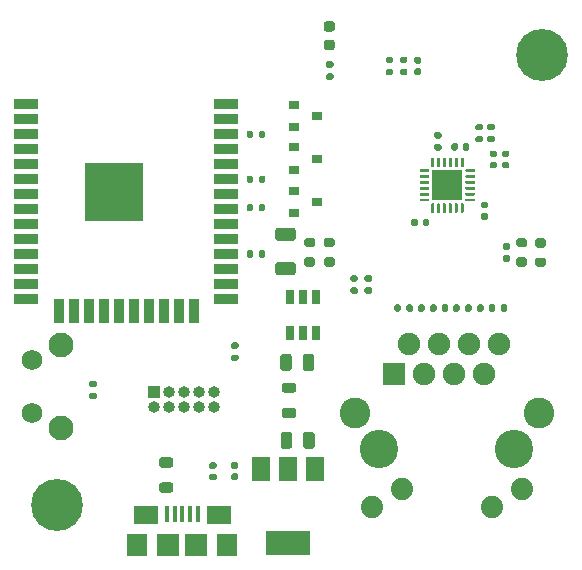
<source format=gbr>
G04 #@! TF.GenerationSoftware,KiCad,Pcbnew,(5.1.7)-1*
G04 #@! TF.CreationDate,2020-12-04T15:33:14-08:00*
G04 #@! TF.ProjectId,EsperDNS,45737065-7244-44e5-932e-6b696361645f,rev?*
G04 #@! TF.SameCoordinates,Original*
G04 #@! TF.FileFunction,Soldermask,Top*
G04 #@! TF.FilePolarity,Negative*
%FSLAX46Y46*%
G04 Gerber Fmt 4.6, Leading zero omitted, Abs format (unit mm)*
G04 Created by KiCad (PCBNEW (5.1.7)-1) date 2020-12-04 15:33:14*
%MOMM*%
%LPD*%
G01*
G04 APERTURE LIST*
%ADD10R,0.400000X1.350000*%
%ADD11R,2.100000X1.600000*%
%ADD12R,1.800000X1.900000*%
%ADD13R,1.900000X1.900000*%
%ADD14O,1.000000X1.000000*%
%ADD15R,1.000000X1.000000*%
%ADD16R,2.600000X2.600000*%
%ADD17R,2.000000X0.900000*%
%ADD18R,0.900000X2.000000*%
%ADD19R,5.000000X5.000000*%
%ADD20R,1.500000X2.000000*%
%ADD21R,3.800000X2.000000*%
%ADD22C,2.100000*%
%ADD23C,1.750000*%
%ADD24R,0.900000X0.800000*%
%ADD25C,3.250000*%
%ADD26C,2.600000*%
%ADD27C,1.890000*%
%ADD28C,1.900000*%
%ADD29C,4.400000*%
%ADD30R,0.700000X1.300000*%
G04 APERTURE END LIST*
G36*
G01*
X250000Y-7475000D02*
X250000Y-6525000D01*
G75*
G02*
X500000Y-6275000I250000J0D01*
G01*
X1000000Y-6275000D01*
G75*
G02*
X1250000Y-6525000I0J-250000D01*
G01*
X1250000Y-7475000D01*
G75*
G02*
X1000000Y-7725000I-250000J0D01*
G01*
X500000Y-7725000D01*
G75*
G02*
X250000Y-7475000I0J250000D01*
G01*
G37*
G36*
G01*
X-1650000Y-7475000D02*
X-1650000Y-6525000D01*
G75*
G02*
X-1400000Y-6275000I250000J0D01*
G01*
X-900000Y-6275000D01*
G75*
G02*
X-650000Y-6525000I0J-250000D01*
G01*
X-650000Y-7475000D01*
G75*
G02*
X-900000Y-7725000I-250000J0D01*
G01*
X-1400000Y-7725000D01*
G75*
G02*
X-1650000Y-7475000I0J250000D01*
G01*
G37*
G36*
G01*
X275000Y-14075000D02*
X275000Y-13125000D01*
G75*
G02*
X525000Y-12875000I250000J0D01*
G01*
X1025000Y-12875000D01*
G75*
G02*
X1275000Y-13125000I0J-250000D01*
G01*
X1275000Y-14075000D01*
G75*
G02*
X1025000Y-14325000I-250000J0D01*
G01*
X525000Y-14325000D01*
G75*
G02*
X275000Y-14075000I0J250000D01*
G01*
G37*
G36*
G01*
X-1625000Y-14075000D02*
X-1625000Y-13125000D01*
G75*
G02*
X-1375000Y-12875000I250000J0D01*
G01*
X-875000Y-12875000D01*
G75*
G02*
X-625000Y-13125000I0J-250000D01*
G01*
X-625000Y-14075000D01*
G75*
G02*
X-875000Y-14325000I-250000J0D01*
G01*
X-1375000Y-14325000D01*
G75*
G02*
X-1625000Y-14075000I0J250000D01*
G01*
G37*
G36*
G01*
X19075000Y2735000D02*
X18525000Y2735000D01*
G75*
G02*
X18325000Y2935000I0J200000D01*
G01*
X18325000Y3335000D01*
G75*
G02*
X18525000Y3535000I200000J0D01*
G01*
X19075000Y3535000D01*
G75*
G02*
X19275000Y3335000I0J-200000D01*
G01*
X19275000Y2935000D01*
G75*
G02*
X19075000Y2735000I-200000J0D01*
G01*
G37*
G36*
G01*
X19075000Y1085000D02*
X18525000Y1085000D01*
G75*
G02*
X18325000Y1285000I0J200000D01*
G01*
X18325000Y1685000D01*
G75*
G02*
X18525000Y1885000I200000J0D01*
G01*
X19075000Y1885000D01*
G75*
G02*
X19275000Y1685000I0J-200000D01*
G01*
X19275000Y1285000D01*
G75*
G02*
X19075000Y1085000I-200000J0D01*
G01*
G37*
G36*
G01*
X20125000Y1875000D02*
X20675000Y1875000D01*
G75*
G02*
X20875000Y1675000I0J-200000D01*
G01*
X20875000Y1275000D01*
G75*
G02*
X20675000Y1075000I-200000J0D01*
G01*
X20125000Y1075000D01*
G75*
G02*
X19925000Y1275000I0J200000D01*
G01*
X19925000Y1675000D01*
G75*
G02*
X20125000Y1875000I200000J0D01*
G01*
G37*
G36*
G01*
X20125000Y3525000D02*
X20675000Y3525000D01*
G75*
G02*
X20875000Y3325000I0J-200000D01*
G01*
X20875000Y2925000D01*
G75*
G02*
X20675000Y2725000I-200000J0D01*
G01*
X20125000Y2725000D01*
G75*
G02*
X19925000Y2925000I0J200000D01*
G01*
X19925000Y3325000D01*
G75*
G02*
X20125000Y3525000I200000J0D01*
G01*
G37*
G36*
G01*
X-1281250Y-10825000D02*
X-518750Y-10825000D01*
G75*
G02*
X-300000Y-11043750I0J-218750D01*
G01*
X-300000Y-11481250D01*
G75*
G02*
X-518750Y-11700000I-218750J0D01*
G01*
X-1281250Y-11700000D01*
G75*
G02*
X-1500000Y-11481250I0J218750D01*
G01*
X-1500000Y-11043750D01*
G75*
G02*
X-1281250Y-10825000I218750J0D01*
G01*
G37*
G36*
G01*
X-1281250Y-8700000D02*
X-518750Y-8700000D01*
G75*
G02*
X-300000Y-8918750I0J-218750D01*
G01*
X-300000Y-9356250D01*
G75*
G02*
X-518750Y-9575000I-218750J0D01*
G01*
X-1281250Y-9575000D01*
G75*
G02*
X-1500000Y-9356250I0J218750D01*
G01*
X-1500000Y-8918750D01*
G75*
G02*
X-1281250Y-8700000I218750J0D01*
G01*
G37*
G36*
G01*
X-11681250Y-17162500D02*
X-10918750Y-17162500D01*
G75*
G02*
X-10700000Y-17381250I0J-218750D01*
G01*
X-10700000Y-17818750D01*
G75*
G02*
X-10918750Y-18037500I-218750J0D01*
G01*
X-11681250Y-18037500D01*
G75*
G02*
X-11900000Y-17818750I0J218750D01*
G01*
X-11900000Y-17381250D01*
G75*
G02*
X-11681250Y-17162500I218750J0D01*
G01*
G37*
G36*
G01*
X-11681250Y-15037500D02*
X-10918750Y-15037500D01*
G75*
G02*
X-10700000Y-15256250I0J-218750D01*
G01*
X-10700000Y-15693750D01*
G75*
G02*
X-10918750Y-15912500I-218750J0D01*
G01*
X-11681250Y-15912500D01*
G75*
G02*
X-11900000Y-15693750I0J218750D01*
G01*
X-11900000Y-15256250D01*
G75*
G02*
X-11681250Y-15037500I218750J0D01*
G01*
G37*
G36*
G01*
X-3940000Y2385000D02*
X-3940000Y2015000D01*
G75*
G02*
X-4075000Y1880000I-135000J0D01*
G01*
X-4345000Y1880000D01*
G75*
G02*
X-4480000Y2015000I0J135000D01*
G01*
X-4480000Y2385000D01*
G75*
G02*
X-4345000Y2520000I135000J0D01*
G01*
X-4075000Y2520000D01*
G75*
G02*
X-3940000Y2385000I0J-135000D01*
G01*
G37*
G36*
G01*
X-2920000Y2385000D02*
X-2920000Y2015000D01*
G75*
G02*
X-3055000Y1880000I-135000J0D01*
G01*
X-3325000Y1880000D01*
G75*
G02*
X-3460000Y2015000I0J135000D01*
G01*
X-3460000Y2385000D01*
G75*
G02*
X-3325000Y2520000I135000J0D01*
G01*
X-3055000Y2520000D01*
G75*
G02*
X-2920000Y2385000I0J-135000D01*
G01*
G37*
D10*
X-9950000Y-19800000D03*
X-10600000Y-19800000D03*
X-9300000Y-19800000D03*
X-11250000Y-19800000D03*
X-8650000Y-19800000D03*
D11*
X-13050000Y-19925000D03*
X-6850000Y-19925000D03*
D12*
X-13750000Y-22475000D03*
X-6150000Y-22475000D03*
D13*
X-11150000Y-22475000D03*
X-8750000Y-22475000D03*
D14*
X-7220000Y-10770000D03*
X-7220000Y-9500000D03*
X-8490000Y-10770000D03*
X-8490000Y-9500000D03*
X-9760000Y-10770000D03*
X-9760000Y-9500000D03*
X-11030000Y-10770000D03*
X-11030000Y-9500000D03*
X-12300000Y-10770000D03*
D15*
X-12300000Y-9500000D03*
D16*
X12500000Y8000000D03*
G36*
G01*
X13875000Y6412500D02*
X13875000Y5712500D01*
G75*
G02*
X13812500Y5650000I-62500J0D01*
G01*
X13687500Y5650000D01*
G75*
G02*
X13625000Y5712500I0J62500D01*
G01*
X13625000Y6412500D01*
G75*
G02*
X13687500Y6475000I62500J0D01*
G01*
X13812500Y6475000D01*
G75*
G02*
X13875000Y6412500I0J-62500D01*
G01*
G37*
G36*
G01*
X13375000Y6412500D02*
X13375000Y5712500D01*
G75*
G02*
X13312500Y5650000I-62500J0D01*
G01*
X13187500Y5650000D01*
G75*
G02*
X13125000Y5712500I0J62500D01*
G01*
X13125000Y6412500D01*
G75*
G02*
X13187500Y6475000I62500J0D01*
G01*
X13312500Y6475000D01*
G75*
G02*
X13375000Y6412500I0J-62500D01*
G01*
G37*
G36*
G01*
X12875000Y6412500D02*
X12875000Y5712500D01*
G75*
G02*
X12812500Y5650000I-62500J0D01*
G01*
X12687500Y5650000D01*
G75*
G02*
X12625000Y5712500I0J62500D01*
G01*
X12625000Y6412500D01*
G75*
G02*
X12687500Y6475000I62500J0D01*
G01*
X12812500Y6475000D01*
G75*
G02*
X12875000Y6412500I0J-62500D01*
G01*
G37*
G36*
G01*
X12375000Y6412500D02*
X12375000Y5712500D01*
G75*
G02*
X12312500Y5650000I-62500J0D01*
G01*
X12187500Y5650000D01*
G75*
G02*
X12125000Y5712500I0J62500D01*
G01*
X12125000Y6412500D01*
G75*
G02*
X12187500Y6475000I62500J0D01*
G01*
X12312500Y6475000D01*
G75*
G02*
X12375000Y6412500I0J-62500D01*
G01*
G37*
G36*
G01*
X11875000Y6412500D02*
X11875000Y5712500D01*
G75*
G02*
X11812500Y5650000I-62500J0D01*
G01*
X11687500Y5650000D01*
G75*
G02*
X11625000Y5712500I0J62500D01*
G01*
X11625000Y6412500D01*
G75*
G02*
X11687500Y6475000I62500J0D01*
G01*
X11812500Y6475000D01*
G75*
G02*
X11875000Y6412500I0J-62500D01*
G01*
G37*
G36*
G01*
X11375000Y6412500D02*
X11375000Y5712500D01*
G75*
G02*
X11312500Y5650000I-62500J0D01*
G01*
X11187500Y5650000D01*
G75*
G02*
X11125000Y5712500I0J62500D01*
G01*
X11125000Y6412500D01*
G75*
G02*
X11187500Y6475000I62500J0D01*
G01*
X11312500Y6475000D01*
G75*
G02*
X11375000Y6412500I0J-62500D01*
G01*
G37*
G36*
G01*
X10975000Y6812500D02*
X10975000Y6687500D01*
G75*
G02*
X10912500Y6625000I-62500J0D01*
G01*
X10212500Y6625000D01*
G75*
G02*
X10150000Y6687500I0J62500D01*
G01*
X10150000Y6812500D01*
G75*
G02*
X10212500Y6875000I62500J0D01*
G01*
X10912500Y6875000D01*
G75*
G02*
X10975000Y6812500I0J-62500D01*
G01*
G37*
G36*
G01*
X10975000Y7312500D02*
X10975000Y7187500D01*
G75*
G02*
X10912500Y7125000I-62500J0D01*
G01*
X10212500Y7125000D01*
G75*
G02*
X10150000Y7187500I0J62500D01*
G01*
X10150000Y7312500D01*
G75*
G02*
X10212500Y7375000I62500J0D01*
G01*
X10912500Y7375000D01*
G75*
G02*
X10975000Y7312500I0J-62500D01*
G01*
G37*
G36*
G01*
X10975000Y7812500D02*
X10975000Y7687500D01*
G75*
G02*
X10912500Y7625000I-62500J0D01*
G01*
X10212500Y7625000D01*
G75*
G02*
X10150000Y7687500I0J62500D01*
G01*
X10150000Y7812500D01*
G75*
G02*
X10212500Y7875000I62500J0D01*
G01*
X10912500Y7875000D01*
G75*
G02*
X10975000Y7812500I0J-62500D01*
G01*
G37*
G36*
G01*
X10975000Y8312500D02*
X10975000Y8187500D01*
G75*
G02*
X10912500Y8125000I-62500J0D01*
G01*
X10212500Y8125000D01*
G75*
G02*
X10150000Y8187500I0J62500D01*
G01*
X10150000Y8312500D01*
G75*
G02*
X10212500Y8375000I62500J0D01*
G01*
X10912500Y8375000D01*
G75*
G02*
X10975000Y8312500I0J-62500D01*
G01*
G37*
G36*
G01*
X10975000Y8812500D02*
X10975000Y8687500D01*
G75*
G02*
X10912500Y8625000I-62500J0D01*
G01*
X10212500Y8625000D01*
G75*
G02*
X10150000Y8687500I0J62500D01*
G01*
X10150000Y8812500D01*
G75*
G02*
X10212500Y8875000I62500J0D01*
G01*
X10912500Y8875000D01*
G75*
G02*
X10975000Y8812500I0J-62500D01*
G01*
G37*
G36*
G01*
X10975000Y9312500D02*
X10975000Y9187500D01*
G75*
G02*
X10912500Y9125000I-62500J0D01*
G01*
X10212500Y9125000D01*
G75*
G02*
X10150000Y9187500I0J62500D01*
G01*
X10150000Y9312500D01*
G75*
G02*
X10212500Y9375000I62500J0D01*
G01*
X10912500Y9375000D01*
G75*
G02*
X10975000Y9312500I0J-62500D01*
G01*
G37*
G36*
G01*
X11375000Y10287500D02*
X11375000Y9587500D01*
G75*
G02*
X11312500Y9525000I-62500J0D01*
G01*
X11187500Y9525000D01*
G75*
G02*
X11125000Y9587500I0J62500D01*
G01*
X11125000Y10287500D01*
G75*
G02*
X11187500Y10350000I62500J0D01*
G01*
X11312500Y10350000D01*
G75*
G02*
X11375000Y10287500I0J-62500D01*
G01*
G37*
G36*
G01*
X11875000Y10287500D02*
X11875000Y9587500D01*
G75*
G02*
X11812500Y9525000I-62500J0D01*
G01*
X11687500Y9525000D01*
G75*
G02*
X11625000Y9587500I0J62500D01*
G01*
X11625000Y10287500D01*
G75*
G02*
X11687500Y10350000I62500J0D01*
G01*
X11812500Y10350000D01*
G75*
G02*
X11875000Y10287500I0J-62500D01*
G01*
G37*
G36*
G01*
X12375000Y10287500D02*
X12375000Y9587500D01*
G75*
G02*
X12312500Y9525000I-62500J0D01*
G01*
X12187500Y9525000D01*
G75*
G02*
X12125000Y9587500I0J62500D01*
G01*
X12125000Y10287500D01*
G75*
G02*
X12187500Y10350000I62500J0D01*
G01*
X12312500Y10350000D01*
G75*
G02*
X12375000Y10287500I0J-62500D01*
G01*
G37*
G36*
G01*
X12875000Y10287500D02*
X12875000Y9587500D01*
G75*
G02*
X12812500Y9525000I-62500J0D01*
G01*
X12687500Y9525000D01*
G75*
G02*
X12625000Y9587500I0J62500D01*
G01*
X12625000Y10287500D01*
G75*
G02*
X12687500Y10350000I62500J0D01*
G01*
X12812500Y10350000D01*
G75*
G02*
X12875000Y10287500I0J-62500D01*
G01*
G37*
G36*
G01*
X13375000Y10287500D02*
X13375000Y9587500D01*
G75*
G02*
X13312500Y9525000I-62500J0D01*
G01*
X13187500Y9525000D01*
G75*
G02*
X13125000Y9587500I0J62500D01*
G01*
X13125000Y10287500D01*
G75*
G02*
X13187500Y10350000I62500J0D01*
G01*
X13312500Y10350000D01*
G75*
G02*
X13375000Y10287500I0J-62500D01*
G01*
G37*
G36*
G01*
X13875000Y10287500D02*
X13875000Y9587500D01*
G75*
G02*
X13812500Y9525000I-62500J0D01*
G01*
X13687500Y9525000D01*
G75*
G02*
X13625000Y9587500I0J62500D01*
G01*
X13625000Y10287500D01*
G75*
G02*
X13687500Y10350000I62500J0D01*
G01*
X13812500Y10350000D01*
G75*
G02*
X13875000Y10287500I0J-62500D01*
G01*
G37*
G36*
G01*
X14850000Y9312500D02*
X14850000Y9187500D01*
G75*
G02*
X14787500Y9125000I-62500J0D01*
G01*
X14087500Y9125000D01*
G75*
G02*
X14025000Y9187500I0J62500D01*
G01*
X14025000Y9312500D01*
G75*
G02*
X14087500Y9375000I62500J0D01*
G01*
X14787500Y9375000D01*
G75*
G02*
X14850000Y9312500I0J-62500D01*
G01*
G37*
G36*
G01*
X14850000Y8812500D02*
X14850000Y8687500D01*
G75*
G02*
X14787500Y8625000I-62500J0D01*
G01*
X14087500Y8625000D01*
G75*
G02*
X14025000Y8687500I0J62500D01*
G01*
X14025000Y8812500D01*
G75*
G02*
X14087500Y8875000I62500J0D01*
G01*
X14787500Y8875000D01*
G75*
G02*
X14850000Y8812500I0J-62500D01*
G01*
G37*
G36*
G01*
X14850000Y8312500D02*
X14850000Y8187500D01*
G75*
G02*
X14787500Y8125000I-62500J0D01*
G01*
X14087500Y8125000D01*
G75*
G02*
X14025000Y8187500I0J62500D01*
G01*
X14025000Y8312500D01*
G75*
G02*
X14087500Y8375000I62500J0D01*
G01*
X14787500Y8375000D01*
G75*
G02*
X14850000Y8312500I0J-62500D01*
G01*
G37*
G36*
G01*
X14850000Y7812500D02*
X14850000Y7687500D01*
G75*
G02*
X14787500Y7625000I-62500J0D01*
G01*
X14087500Y7625000D01*
G75*
G02*
X14025000Y7687500I0J62500D01*
G01*
X14025000Y7812500D01*
G75*
G02*
X14087500Y7875000I62500J0D01*
G01*
X14787500Y7875000D01*
G75*
G02*
X14850000Y7812500I0J-62500D01*
G01*
G37*
G36*
G01*
X14850000Y7312500D02*
X14850000Y7187500D01*
G75*
G02*
X14787500Y7125000I-62500J0D01*
G01*
X14087500Y7125000D01*
G75*
G02*
X14025000Y7187500I0J62500D01*
G01*
X14025000Y7312500D01*
G75*
G02*
X14087500Y7375000I62500J0D01*
G01*
X14787500Y7375000D01*
G75*
G02*
X14850000Y7312500I0J-62500D01*
G01*
G37*
G36*
G01*
X14850000Y6812500D02*
X14850000Y6687500D01*
G75*
G02*
X14787500Y6625000I-62500J0D01*
G01*
X14087500Y6625000D01*
G75*
G02*
X14025000Y6687500I0J62500D01*
G01*
X14025000Y6812500D01*
G75*
G02*
X14087500Y6875000I62500J0D01*
G01*
X14787500Y6875000D01*
G75*
G02*
X14850000Y6812500I0J-62500D01*
G01*
G37*
D17*
X-6200000Y14900000D03*
X-6200000Y13630000D03*
X-6200000Y12360000D03*
X-6200000Y11090000D03*
X-6200000Y9820000D03*
X-6200000Y8550000D03*
X-6200000Y7280000D03*
X-6200000Y6010000D03*
X-6200000Y4740000D03*
X-6200000Y3470000D03*
X-6200000Y2200000D03*
X-6200000Y930000D03*
X-6200000Y-340000D03*
X-6200000Y-1610000D03*
D18*
X-8985000Y-2610000D03*
X-10255000Y-2610000D03*
X-11525000Y-2610000D03*
X-12795000Y-2610000D03*
X-14065000Y-2610000D03*
X-15335000Y-2610000D03*
X-16605000Y-2610000D03*
X-17875000Y-2610000D03*
X-19145000Y-2610000D03*
X-20415000Y-2610000D03*
D17*
X-23200000Y-1610000D03*
X-23200000Y-340000D03*
X-23200000Y930000D03*
X-23200000Y2200000D03*
X-23200000Y3470000D03*
X-23200000Y4740000D03*
X-23200000Y6010000D03*
X-23200000Y7280000D03*
X-23200000Y8550000D03*
X-23200000Y9820000D03*
X-23200000Y11090000D03*
X-23200000Y12360000D03*
X-23200000Y13630000D03*
X-23200000Y14900000D03*
D19*
X-15700000Y7400000D03*
D20*
X1300000Y-16000000D03*
X-3300000Y-16000000D03*
X-1000000Y-16000000D03*
D21*
X-1000000Y-22300000D03*
D22*
X-20210000Y-12550000D03*
D23*
X-22700000Y-11300000D03*
X-22700000Y-6800000D03*
D22*
X-20210000Y-5540000D03*
G36*
G01*
X8985000Y18340000D02*
X8615000Y18340000D01*
G75*
G02*
X8480000Y18475000I0J135000D01*
G01*
X8480000Y18745000D01*
G75*
G02*
X8615000Y18880000I135000J0D01*
G01*
X8985000Y18880000D01*
G75*
G02*
X9120000Y18745000I0J-135000D01*
G01*
X9120000Y18475000D01*
G75*
G02*
X8985000Y18340000I-135000J0D01*
G01*
G37*
G36*
G01*
X8985000Y17320000D02*
X8615000Y17320000D01*
G75*
G02*
X8480000Y17455000I0J135000D01*
G01*
X8480000Y17725000D01*
G75*
G02*
X8615000Y17860000I135000J0D01*
G01*
X8985000Y17860000D01*
G75*
G02*
X9120000Y17725000I0J-135000D01*
G01*
X9120000Y17455000D01*
G75*
G02*
X8985000Y17320000I-135000J0D01*
G01*
G37*
G36*
G01*
X17315000Y2060000D02*
X17685000Y2060000D01*
G75*
G02*
X17820000Y1925000I0J-135000D01*
G01*
X17820000Y1655000D01*
G75*
G02*
X17685000Y1520000I-135000J0D01*
G01*
X17315000Y1520000D01*
G75*
G02*
X17180000Y1655000I0J135000D01*
G01*
X17180000Y1925000D01*
G75*
G02*
X17315000Y2060000I135000J0D01*
G01*
G37*
G36*
G01*
X17315000Y3080000D02*
X17685000Y3080000D01*
G75*
G02*
X17820000Y2945000I0J-135000D01*
G01*
X17820000Y2675000D01*
G75*
G02*
X17685000Y2540000I-135000J0D01*
G01*
X17315000Y2540000D01*
G75*
G02*
X17180000Y2675000I0J135000D01*
G01*
X17180000Y2945000D01*
G75*
G02*
X17315000Y3080000I135000J0D01*
G01*
G37*
G36*
G01*
X11885000Y11950000D02*
X11515000Y11950000D01*
G75*
G02*
X11380000Y12085000I0J135000D01*
G01*
X11380000Y12355000D01*
G75*
G02*
X11515000Y12490000I135000J0D01*
G01*
X11885000Y12490000D01*
G75*
G02*
X12020000Y12355000I0J-135000D01*
G01*
X12020000Y12085000D01*
G75*
G02*
X11885000Y11950000I-135000J0D01*
G01*
G37*
G36*
G01*
X11885000Y10930000D02*
X11515000Y10930000D01*
G75*
G02*
X11380000Y11065000I0J135000D01*
G01*
X11380000Y11335000D01*
G75*
G02*
X11515000Y11470000I135000J0D01*
G01*
X11885000Y11470000D01*
G75*
G02*
X12020000Y11335000I0J-135000D01*
G01*
X12020000Y11065000D01*
G75*
G02*
X11885000Y10930000I-135000J0D01*
G01*
G37*
G36*
G01*
X16385000Y12650000D02*
X16015000Y12650000D01*
G75*
G02*
X15880000Y12785000I0J135000D01*
G01*
X15880000Y13055000D01*
G75*
G02*
X16015000Y13190000I135000J0D01*
G01*
X16385000Y13190000D01*
G75*
G02*
X16520000Y13055000I0J-135000D01*
G01*
X16520000Y12785000D01*
G75*
G02*
X16385000Y12650000I-135000J0D01*
G01*
G37*
G36*
G01*
X16385000Y11630000D02*
X16015000Y11630000D01*
G75*
G02*
X15880000Y11765000I0J135000D01*
G01*
X15880000Y12035000D01*
G75*
G02*
X16015000Y12170000I135000J0D01*
G01*
X16385000Y12170000D01*
G75*
G02*
X16520000Y12035000I0J-135000D01*
G01*
X16520000Y11765000D01*
G75*
G02*
X16385000Y11630000I-135000J0D01*
G01*
G37*
G36*
G01*
X15385000Y12650000D02*
X15015000Y12650000D01*
G75*
G02*
X14880000Y12785000I0J135000D01*
G01*
X14880000Y13055000D01*
G75*
G02*
X15015000Y13190000I135000J0D01*
G01*
X15385000Y13190000D01*
G75*
G02*
X15520000Y13055000I0J-135000D01*
G01*
X15520000Y12785000D01*
G75*
G02*
X15385000Y12650000I-135000J0D01*
G01*
G37*
G36*
G01*
X15385000Y11630000D02*
X15015000Y11630000D01*
G75*
G02*
X14880000Y11765000I0J135000D01*
G01*
X14880000Y12035000D01*
G75*
G02*
X15015000Y12170000I135000J0D01*
G01*
X15385000Y12170000D01*
G75*
G02*
X15520000Y12035000I0J-135000D01*
G01*
X15520000Y11765000D01*
G75*
G02*
X15385000Y11630000I-135000J0D01*
G01*
G37*
G36*
G01*
X15030000Y-2585000D02*
X15030000Y-2215000D01*
G75*
G02*
X15165000Y-2080000I135000J0D01*
G01*
X15435000Y-2080000D01*
G75*
G02*
X15570000Y-2215000I0J-135000D01*
G01*
X15570000Y-2585000D01*
G75*
G02*
X15435000Y-2720000I-135000J0D01*
G01*
X15165000Y-2720000D01*
G75*
G02*
X15030000Y-2585000I0J135000D01*
G01*
G37*
G36*
G01*
X14010000Y-2585000D02*
X14010000Y-2215000D01*
G75*
G02*
X14145000Y-2080000I135000J0D01*
G01*
X14415000Y-2080000D01*
G75*
G02*
X14550000Y-2215000I0J-135000D01*
G01*
X14550000Y-2585000D01*
G75*
G02*
X14415000Y-2720000I-135000J0D01*
G01*
X14145000Y-2720000D01*
G75*
G02*
X14010000Y-2585000I0J135000D01*
G01*
G37*
G36*
G01*
X16570000Y-2215000D02*
X16570000Y-2585000D01*
G75*
G02*
X16435000Y-2720000I-135000J0D01*
G01*
X16165000Y-2720000D01*
G75*
G02*
X16030000Y-2585000I0J135000D01*
G01*
X16030000Y-2215000D01*
G75*
G02*
X16165000Y-2080000I135000J0D01*
G01*
X16435000Y-2080000D01*
G75*
G02*
X16570000Y-2215000I0J-135000D01*
G01*
G37*
G36*
G01*
X17590000Y-2215000D02*
X17590000Y-2585000D01*
G75*
G02*
X17455000Y-2720000I-135000J0D01*
G01*
X17185000Y-2720000D01*
G75*
G02*
X17050000Y-2585000I0J135000D01*
G01*
X17050000Y-2215000D01*
G75*
G02*
X17185000Y-2080000I135000J0D01*
G01*
X17455000Y-2080000D01*
G75*
G02*
X17590000Y-2215000I0J-135000D01*
G01*
G37*
G36*
G01*
X9030000Y-2585000D02*
X9030000Y-2215000D01*
G75*
G02*
X9165000Y-2080000I135000J0D01*
G01*
X9435000Y-2080000D01*
G75*
G02*
X9570000Y-2215000I0J-135000D01*
G01*
X9570000Y-2585000D01*
G75*
G02*
X9435000Y-2720000I-135000J0D01*
G01*
X9165000Y-2720000D01*
G75*
G02*
X9030000Y-2585000I0J135000D01*
G01*
G37*
G36*
G01*
X8010000Y-2585000D02*
X8010000Y-2215000D01*
G75*
G02*
X8145000Y-2080000I135000J0D01*
G01*
X8415000Y-2080000D01*
G75*
G02*
X8550000Y-2215000I0J-135000D01*
G01*
X8550000Y-2585000D01*
G75*
G02*
X8415000Y-2720000I-135000J0D01*
G01*
X8145000Y-2720000D01*
G75*
G02*
X8010000Y-2585000I0J135000D01*
G01*
G37*
G36*
G01*
X10570000Y-2215000D02*
X10570000Y-2585000D01*
G75*
G02*
X10435000Y-2720000I-135000J0D01*
G01*
X10165000Y-2720000D01*
G75*
G02*
X10030000Y-2585000I0J135000D01*
G01*
X10030000Y-2215000D01*
G75*
G02*
X10165000Y-2080000I135000J0D01*
G01*
X10435000Y-2080000D01*
G75*
G02*
X10570000Y-2215000I0J-135000D01*
G01*
G37*
G36*
G01*
X11590000Y-2215000D02*
X11590000Y-2585000D01*
G75*
G02*
X11455000Y-2720000I-135000J0D01*
G01*
X11185000Y-2720000D01*
G75*
G02*
X11050000Y-2585000I0J135000D01*
G01*
X11050000Y-2215000D01*
G75*
G02*
X11185000Y-2080000I135000J0D01*
G01*
X11455000Y-2080000D01*
G75*
G02*
X11590000Y-2215000I0J-135000D01*
G01*
G37*
G36*
G01*
X4785000Y-170000D02*
X4415000Y-170000D01*
G75*
G02*
X4280000Y-35000I0J135000D01*
G01*
X4280000Y235000D01*
G75*
G02*
X4415000Y370000I135000J0D01*
G01*
X4785000Y370000D01*
G75*
G02*
X4920000Y235000I0J-135000D01*
G01*
X4920000Y-35000D01*
G75*
G02*
X4785000Y-170000I-135000J0D01*
G01*
G37*
G36*
G01*
X4785000Y-1190000D02*
X4415000Y-1190000D01*
G75*
G02*
X4280000Y-1055000I0J135000D01*
G01*
X4280000Y-785000D01*
G75*
G02*
X4415000Y-650000I135000J0D01*
G01*
X4785000Y-650000D01*
G75*
G02*
X4920000Y-785000I0J-135000D01*
G01*
X4920000Y-1055000D01*
G75*
G02*
X4785000Y-1190000I-135000J0D01*
G01*
G37*
G36*
G01*
X5985000Y-160000D02*
X5615000Y-160000D01*
G75*
G02*
X5480000Y-25000I0J135000D01*
G01*
X5480000Y245000D01*
G75*
G02*
X5615000Y380000I135000J0D01*
G01*
X5985000Y380000D01*
G75*
G02*
X6120000Y245000I0J-135000D01*
G01*
X6120000Y-25000D01*
G75*
G02*
X5985000Y-160000I-135000J0D01*
G01*
G37*
G36*
G01*
X5985000Y-1180000D02*
X5615000Y-1180000D01*
G75*
G02*
X5480000Y-1045000I0J135000D01*
G01*
X5480000Y-775000D01*
G75*
G02*
X5615000Y-640000I135000J0D01*
G01*
X5985000Y-640000D01*
G75*
G02*
X6120000Y-775000I0J-135000D01*
G01*
X6120000Y-1045000D01*
G75*
G02*
X5985000Y-1180000I-135000J0D01*
G01*
G37*
G36*
G01*
X7415000Y17850000D02*
X7785000Y17850000D01*
G75*
G02*
X7920000Y17715000I0J-135000D01*
G01*
X7920000Y17445000D01*
G75*
G02*
X7785000Y17310000I-135000J0D01*
G01*
X7415000Y17310000D01*
G75*
G02*
X7280000Y17445000I0J135000D01*
G01*
X7280000Y17715000D01*
G75*
G02*
X7415000Y17850000I135000J0D01*
G01*
G37*
G36*
G01*
X7415000Y18870000D02*
X7785000Y18870000D01*
G75*
G02*
X7920000Y18735000I0J-135000D01*
G01*
X7920000Y18465000D01*
G75*
G02*
X7785000Y18330000I-135000J0D01*
G01*
X7415000Y18330000D01*
G75*
G02*
X7280000Y18465000I0J135000D01*
G01*
X7280000Y18735000D01*
G75*
G02*
X7415000Y18870000I135000J0D01*
G01*
G37*
G36*
G01*
X-3470000Y12115000D02*
X-3470000Y12485000D01*
G75*
G02*
X-3335000Y12620000I135000J0D01*
G01*
X-3065000Y12620000D01*
G75*
G02*
X-2930000Y12485000I0J-135000D01*
G01*
X-2930000Y12115000D01*
G75*
G02*
X-3065000Y11980000I-135000J0D01*
G01*
X-3335000Y11980000D01*
G75*
G02*
X-3470000Y12115000I0J135000D01*
G01*
G37*
G36*
G01*
X-4490000Y12115000D02*
X-4490000Y12485000D01*
G75*
G02*
X-4355000Y12620000I135000J0D01*
G01*
X-4085000Y12620000D01*
G75*
G02*
X-3950000Y12485000I0J-135000D01*
G01*
X-3950000Y12115000D01*
G75*
G02*
X-4085000Y11980000I-135000J0D01*
G01*
X-4355000Y11980000D01*
G75*
G02*
X-4490000Y12115000I0J135000D01*
G01*
G37*
G36*
G01*
X-17315000Y-9110000D02*
X-17685000Y-9110000D01*
G75*
G02*
X-17820000Y-8975000I0J135000D01*
G01*
X-17820000Y-8705000D01*
G75*
G02*
X-17685000Y-8570000I135000J0D01*
G01*
X-17315000Y-8570000D01*
G75*
G02*
X-17180000Y-8705000I0J-135000D01*
G01*
X-17180000Y-8975000D01*
G75*
G02*
X-17315000Y-9110000I-135000J0D01*
G01*
G37*
G36*
G01*
X-17315000Y-10130000D02*
X-17685000Y-10130000D01*
G75*
G02*
X-17820000Y-9995000I0J135000D01*
G01*
X-17820000Y-9725000D01*
G75*
G02*
X-17685000Y-9590000I135000J0D01*
G01*
X-17315000Y-9590000D01*
G75*
G02*
X-17180000Y-9725000I0J-135000D01*
G01*
X-17180000Y-9995000D01*
G75*
G02*
X-17315000Y-10130000I-135000J0D01*
G01*
G37*
G36*
G01*
X-3460000Y8315000D02*
X-3460000Y8685000D01*
G75*
G02*
X-3325000Y8820000I135000J0D01*
G01*
X-3055000Y8820000D01*
G75*
G02*
X-2920000Y8685000I0J-135000D01*
G01*
X-2920000Y8315000D01*
G75*
G02*
X-3055000Y8180000I-135000J0D01*
G01*
X-3325000Y8180000D01*
G75*
G02*
X-3460000Y8315000I0J135000D01*
G01*
G37*
G36*
G01*
X-4480000Y8315000D02*
X-4480000Y8685000D01*
G75*
G02*
X-4345000Y8820000I135000J0D01*
G01*
X-4075000Y8820000D01*
G75*
G02*
X-3940000Y8685000I0J-135000D01*
G01*
X-3940000Y8315000D01*
G75*
G02*
X-4075000Y8180000I-135000J0D01*
G01*
X-4345000Y8180000D01*
G75*
G02*
X-4480000Y8315000I0J135000D01*
G01*
G37*
G36*
G01*
X-3470000Y5915000D02*
X-3470000Y6285000D01*
G75*
G02*
X-3335000Y6420000I135000J0D01*
G01*
X-3065000Y6420000D01*
G75*
G02*
X-2930000Y6285000I0J-135000D01*
G01*
X-2930000Y5915000D01*
G75*
G02*
X-3065000Y5780000I-135000J0D01*
G01*
X-3335000Y5780000D01*
G75*
G02*
X-3470000Y5915000I0J135000D01*
G01*
G37*
G36*
G01*
X-4490000Y5915000D02*
X-4490000Y6285000D01*
G75*
G02*
X-4355000Y6420000I135000J0D01*
G01*
X-4085000Y6420000D01*
G75*
G02*
X-3950000Y6285000I0J-135000D01*
G01*
X-3950000Y5915000D01*
G75*
G02*
X-4085000Y5780000I-135000J0D01*
G01*
X-4355000Y5780000D01*
G75*
G02*
X-4490000Y5915000I0J135000D01*
G01*
G37*
G36*
G01*
X-574999Y3287500D02*
X-1825001Y3287500D01*
G75*
G02*
X-2075000Y3537499I0J249999D01*
G01*
X-2075000Y4162501D01*
G75*
G02*
X-1825001Y4412500I249999J0D01*
G01*
X-574999Y4412500D01*
G75*
G02*
X-325000Y4162501I0J-249999D01*
G01*
X-325000Y3537499D01*
G75*
G02*
X-574999Y3287500I-249999J0D01*
G01*
G37*
G36*
G01*
X-574999Y362500D02*
X-1825001Y362500D01*
G75*
G02*
X-2075000Y612499I0J249999D01*
G01*
X-2075000Y1237501D01*
G75*
G02*
X-1825001Y1487500I249999J0D01*
G01*
X-574999Y1487500D01*
G75*
G02*
X-325000Y1237501I0J-249999D01*
G01*
X-325000Y612499D01*
G75*
G02*
X-574999Y362500I-249999J0D01*
G01*
G37*
G36*
G01*
X1125000Y2750000D02*
X575000Y2750000D01*
G75*
G02*
X375000Y2950000I0J200000D01*
G01*
X375000Y3350000D01*
G75*
G02*
X575000Y3550000I200000J0D01*
G01*
X1125000Y3550000D01*
G75*
G02*
X1325000Y3350000I0J-200000D01*
G01*
X1325000Y2950000D01*
G75*
G02*
X1125000Y2750000I-200000J0D01*
G01*
G37*
G36*
G01*
X1125000Y1100000D02*
X575000Y1100000D01*
G75*
G02*
X375000Y1300000I0J200000D01*
G01*
X375000Y1700000D01*
G75*
G02*
X575000Y1900000I200000J0D01*
G01*
X1125000Y1900000D01*
G75*
G02*
X1325000Y1700000I0J-200000D01*
G01*
X1325000Y1300000D01*
G75*
G02*
X1125000Y1100000I-200000J0D01*
G01*
G37*
G36*
G01*
X2775000Y2750000D02*
X2225000Y2750000D01*
G75*
G02*
X2025000Y2950000I0J200000D01*
G01*
X2025000Y3350000D01*
G75*
G02*
X2225000Y3550000I200000J0D01*
G01*
X2775000Y3550000D01*
G75*
G02*
X2975000Y3350000I0J-200000D01*
G01*
X2975000Y2950000D01*
G75*
G02*
X2775000Y2750000I-200000J0D01*
G01*
G37*
G36*
G01*
X2775000Y1100000D02*
X2225000Y1100000D01*
G75*
G02*
X2025000Y1300000I0J200000D01*
G01*
X2025000Y1700000D01*
G75*
G02*
X2225000Y1900000I200000J0D01*
G01*
X2775000Y1900000D01*
G75*
G02*
X2975000Y1700000I0J-200000D01*
G01*
X2975000Y1300000D01*
G75*
G02*
X2775000Y1100000I-200000J0D01*
G01*
G37*
G36*
G01*
X-5315000Y-5850000D02*
X-5685000Y-5850000D01*
G75*
G02*
X-5820000Y-5715000I0J135000D01*
G01*
X-5820000Y-5445000D01*
G75*
G02*
X-5685000Y-5310000I135000J0D01*
G01*
X-5315000Y-5310000D01*
G75*
G02*
X-5180000Y-5445000I0J-135000D01*
G01*
X-5180000Y-5715000D01*
G75*
G02*
X-5315000Y-5850000I-135000J0D01*
G01*
G37*
G36*
G01*
X-5315000Y-6870000D02*
X-5685000Y-6870000D01*
G75*
G02*
X-5820000Y-6735000I0J135000D01*
G01*
X-5820000Y-6465000D01*
G75*
G02*
X-5685000Y-6330000I135000J0D01*
G01*
X-5315000Y-6330000D01*
G75*
G02*
X-5180000Y-6465000I0J-135000D01*
G01*
X-5180000Y-6735000D01*
G75*
G02*
X-5315000Y-6870000I-135000J0D01*
G01*
G37*
G36*
G01*
X2735000Y17950000D02*
X2365000Y17950000D01*
G75*
G02*
X2230000Y18085000I0J135000D01*
G01*
X2230000Y18355000D01*
G75*
G02*
X2365000Y18490000I135000J0D01*
G01*
X2735000Y18490000D01*
G75*
G02*
X2870000Y18355000I0J-135000D01*
G01*
X2870000Y18085000D01*
G75*
G02*
X2735000Y17950000I-135000J0D01*
G01*
G37*
G36*
G01*
X2735000Y16930000D02*
X2365000Y16930000D01*
G75*
G02*
X2230000Y17065000I0J135000D01*
G01*
X2230000Y17335000D01*
G75*
G02*
X2365000Y17470000I135000J0D01*
G01*
X2735000Y17470000D01*
G75*
G02*
X2870000Y17335000I0J-135000D01*
G01*
X2870000Y17065000D01*
G75*
G02*
X2735000Y16930000I-135000J0D01*
G01*
G37*
D24*
X1500000Y13850000D03*
X-500000Y12900000D03*
X-500000Y14800000D03*
X1500000Y6600000D03*
X-500000Y5650000D03*
X-500000Y7550000D03*
X1500000Y10250000D03*
X-500000Y9300000D03*
X-500000Y11200000D03*
D25*
X18180000Y-14340000D03*
X6750000Y-14340000D03*
D26*
X20240000Y-11290000D03*
X4690000Y-11290000D03*
D27*
X6140000Y-19240000D03*
X8680000Y-17720000D03*
X16250000Y-19240000D03*
X18790000Y-17720000D03*
D28*
X16910000Y-5460000D03*
X15640000Y-8000000D03*
X14370000Y-5460000D03*
X13100000Y-8000000D03*
X11830000Y-5460000D03*
X10560000Y-8000000D03*
X9290000Y-5460000D03*
D13*
X8020000Y-8000000D03*
D29*
X20550000Y19050000D03*
X-20550000Y-19050000D03*
D30*
X1400000Y-4550000D03*
X300000Y-4550000D03*
X-800000Y-4550000D03*
X-800000Y-1450000D03*
X300000Y-1450000D03*
X1400000Y-1450000D03*
G36*
G01*
X2243750Y20312500D02*
X2756250Y20312500D01*
G75*
G02*
X2975000Y20093750I0J-218750D01*
G01*
X2975000Y19656250D01*
G75*
G02*
X2756250Y19437500I-218750J0D01*
G01*
X2243750Y19437500D01*
G75*
G02*
X2025000Y19656250I0J218750D01*
G01*
X2025000Y20093750D01*
G75*
G02*
X2243750Y20312500I218750J0D01*
G01*
G37*
G36*
G01*
X2243750Y21887500D02*
X2756250Y21887500D01*
G75*
G02*
X2975000Y21668750I0J-218750D01*
G01*
X2975000Y21231250D01*
G75*
G02*
X2756250Y21012500I-218750J0D01*
G01*
X2243750Y21012500D01*
G75*
G02*
X2025000Y21231250I0J218750D01*
G01*
X2025000Y21668750D01*
G75*
G02*
X2243750Y21887500I218750J0D01*
G01*
G37*
G36*
G01*
X12980000Y-2570000D02*
X12980000Y-2230000D01*
G75*
G02*
X13120000Y-2090000I140000J0D01*
G01*
X13400000Y-2090000D01*
G75*
G02*
X13540000Y-2230000I0J-140000D01*
G01*
X13540000Y-2570000D01*
G75*
G02*
X13400000Y-2710000I-140000J0D01*
G01*
X13120000Y-2710000D01*
G75*
G02*
X12980000Y-2570000I0J140000D01*
G01*
G37*
G36*
G01*
X12020000Y-2570000D02*
X12020000Y-2230000D01*
G75*
G02*
X12160000Y-2090000I140000J0D01*
G01*
X12440000Y-2090000D01*
G75*
G02*
X12580000Y-2230000I0J-140000D01*
G01*
X12580000Y-2570000D01*
G75*
G02*
X12440000Y-2710000I-140000J0D01*
G01*
X12160000Y-2710000D01*
G75*
G02*
X12020000Y-2570000I0J140000D01*
G01*
G37*
G36*
G01*
X17620000Y10380000D02*
X17280000Y10380000D01*
G75*
G02*
X17140000Y10520000I0J140000D01*
G01*
X17140000Y10800000D01*
G75*
G02*
X17280000Y10940000I140000J0D01*
G01*
X17620000Y10940000D01*
G75*
G02*
X17760000Y10800000I0J-140000D01*
G01*
X17760000Y10520000D01*
G75*
G02*
X17620000Y10380000I-140000J0D01*
G01*
G37*
G36*
G01*
X17620000Y9420000D02*
X17280000Y9420000D01*
G75*
G02*
X17140000Y9560000I0J140000D01*
G01*
X17140000Y9840000D01*
G75*
G02*
X17280000Y9980000I140000J0D01*
G01*
X17620000Y9980000D01*
G75*
G02*
X17760000Y9840000I0J-140000D01*
G01*
X17760000Y9560000D01*
G75*
G02*
X17620000Y9420000I-140000J0D01*
G01*
G37*
G36*
G01*
X16570000Y10380000D02*
X16230000Y10380000D01*
G75*
G02*
X16090000Y10520000I0J140000D01*
G01*
X16090000Y10800000D01*
G75*
G02*
X16230000Y10940000I140000J0D01*
G01*
X16570000Y10940000D01*
G75*
G02*
X16710000Y10800000I0J-140000D01*
G01*
X16710000Y10520000D01*
G75*
G02*
X16570000Y10380000I-140000J0D01*
G01*
G37*
G36*
G01*
X16570000Y9420000D02*
X16230000Y9420000D01*
G75*
G02*
X16090000Y9560000I0J140000D01*
G01*
X16090000Y9840000D01*
G75*
G02*
X16230000Y9980000I140000J0D01*
G01*
X16570000Y9980000D01*
G75*
G02*
X16710000Y9840000I0J-140000D01*
G01*
X16710000Y9560000D01*
G75*
G02*
X16570000Y9420000I-140000J0D01*
G01*
G37*
G36*
G01*
X13800000Y11080000D02*
X13800000Y11420000D01*
G75*
G02*
X13940000Y11560000I140000J0D01*
G01*
X14220000Y11560000D01*
G75*
G02*
X14360000Y11420000I0J-140000D01*
G01*
X14360000Y11080000D01*
G75*
G02*
X14220000Y10940000I-140000J0D01*
G01*
X13940000Y10940000D01*
G75*
G02*
X13800000Y11080000I0J140000D01*
G01*
G37*
G36*
G01*
X12840000Y11080000D02*
X12840000Y11420000D01*
G75*
G02*
X12980000Y11560000I140000J0D01*
G01*
X13260000Y11560000D01*
G75*
G02*
X13400000Y11420000I0J-140000D01*
G01*
X13400000Y11080000D01*
G75*
G02*
X13260000Y10940000I-140000J0D01*
G01*
X12980000Y10940000D01*
G75*
G02*
X12840000Y11080000I0J140000D01*
G01*
G37*
G36*
G01*
X10020000Y5020000D02*
X10020000Y4680000D01*
G75*
G02*
X9880000Y4540000I-140000J0D01*
G01*
X9600000Y4540000D01*
G75*
G02*
X9460000Y4680000I0J140000D01*
G01*
X9460000Y5020000D01*
G75*
G02*
X9600000Y5160000I140000J0D01*
G01*
X9880000Y5160000D01*
G75*
G02*
X10020000Y5020000I0J-140000D01*
G01*
G37*
G36*
G01*
X10980000Y5020000D02*
X10980000Y4680000D01*
G75*
G02*
X10840000Y4540000I-140000J0D01*
G01*
X10560000Y4540000D01*
G75*
G02*
X10420000Y4680000I0J140000D01*
G01*
X10420000Y5020000D01*
G75*
G02*
X10560000Y5160000I140000J0D01*
G01*
X10840000Y5160000D01*
G75*
G02*
X10980000Y5020000I0J-140000D01*
G01*
G37*
G36*
G01*
X15480000Y5650000D02*
X15820000Y5650000D01*
G75*
G02*
X15960000Y5510000I0J-140000D01*
G01*
X15960000Y5230000D01*
G75*
G02*
X15820000Y5090000I-140000J0D01*
G01*
X15480000Y5090000D01*
G75*
G02*
X15340000Y5230000I0J140000D01*
G01*
X15340000Y5510000D01*
G75*
G02*
X15480000Y5650000I140000J0D01*
G01*
G37*
G36*
G01*
X15480000Y6610000D02*
X15820000Y6610000D01*
G75*
G02*
X15960000Y6470000I0J-140000D01*
G01*
X15960000Y6190000D01*
G75*
G02*
X15820000Y6050000I-140000J0D01*
G01*
X15480000Y6050000D01*
G75*
G02*
X15340000Y6190000I0J140000D01*
G01*
X15340000Y6470000D01*
G75*
G02*
X15480000Y6610000I140000J0D01*
G01*
G37*
G36*
G01*
X10170000Y18300000D02*
X9830000Y18300000D01*
G75*
G02*
X9690000Y18440000I0J140000D01*
G01*
X9690000Y18720000D01*
G75*
G02*
X9830000Y18860000I140000J0D01*
G01*
X10170000Y18860000D01*
G75*
G02*
X10310000Y18720000I0J-140000D01*
G01*
X10310000Y18440000D01*
G75*
G02*
X10170000Y18300000I-140000J0D01*
G01*
G37*
G36*
G01*
X10170000Y17340000D02*
X9830000Y17340000D01*
G75*
G02*
X9690000Y17480000I0J140000D01*
G01*
X9690000Y17760000D01*
G75*
G02*
X9830000Y17900000I140000J0D01*
G01*
X10170000Y17900000D01*
G75*
G02*
X10310000Y17760000I0J-140000D01*
G01*
X10310000Y17480000D01*
G75*
G02*
X10170000Y17340000I-140000J0D01*
G01*
G37*
G36*
G01*
X-5670000Y-16400000D02*
X-5330000Y-16400000D01*
G75*
G02*
X-5190000Y-16540000I0J-140000D01*
G01*
X-5190000Y-16820000D01*
G75*
G02*
X-5330000Y-16960000I-140000J0D01*
G01*
X-5670000Y-16960000D01*
G75*
G02*
X-5810000Y-16820000I0J140000D01*
G01*
X-5810000Y-16540000D01*
G75*
G02*
X-5670000Y-16400000I140000J0D01*
G01*
G37*
G36*
G01*
X-5670000Y-15440000D02*
X-5330000Y-15440000D01*
G75*
G02*
X-5190000Y-15580000I0J-140000D01*
G01*
X-5190000Y-15860000D01*
G75*
G02*
X-5330000Y-16000000I-140000J0D01*
G01*
X-5670000Y-16000000D01*
G75*
G02*
X-5810000Y-15860000I0J140000D01*
G01*
X-5810000Y-15580000D01*
G75*
G02*
X-5670000Y-15440000I140000J0D01*
G01*
G37*
G36*
G01*
X-7520000Y-16420000D02*
X-7180000Y-16420000D01*
G75*
G02*
X-7040000Y-16560000I0J-140000D01*
G01*
X-7040000Y-16840000D01*
G75*
G02*
X-7180000Y-16980000I-140000J0D01*
G01*
X-7520000Y-16980000D01*
G75*
G02*
X-7660000Y-16840000I0J140000D01*
G01*
X-7660000Y-16560000D01*
G75*
G02*
X-7520000Y-16420000I140000J0D01*
G01*
G37*
G36*
G01*
X-7520000Y-15460000D02*
X-7180000Y-15460000D01*
G75*
G02*
X-7040000Y-15600000I0J-140000D01*
G01*
X-7040000Y-15880000D01*
G75*
G02*
X-7180000Y-16020000I-140000J0D01*
G01*
X-7520000Y-16020000D01*
G75*
G02*
X-7660000Y-15880000I0J140000D01*
G01*
X-7660000Y-15600000D01*
G75*
G02*
X-7520000Y-15460000I140000J0D01*
G01*
G37*
M02*

</source>
